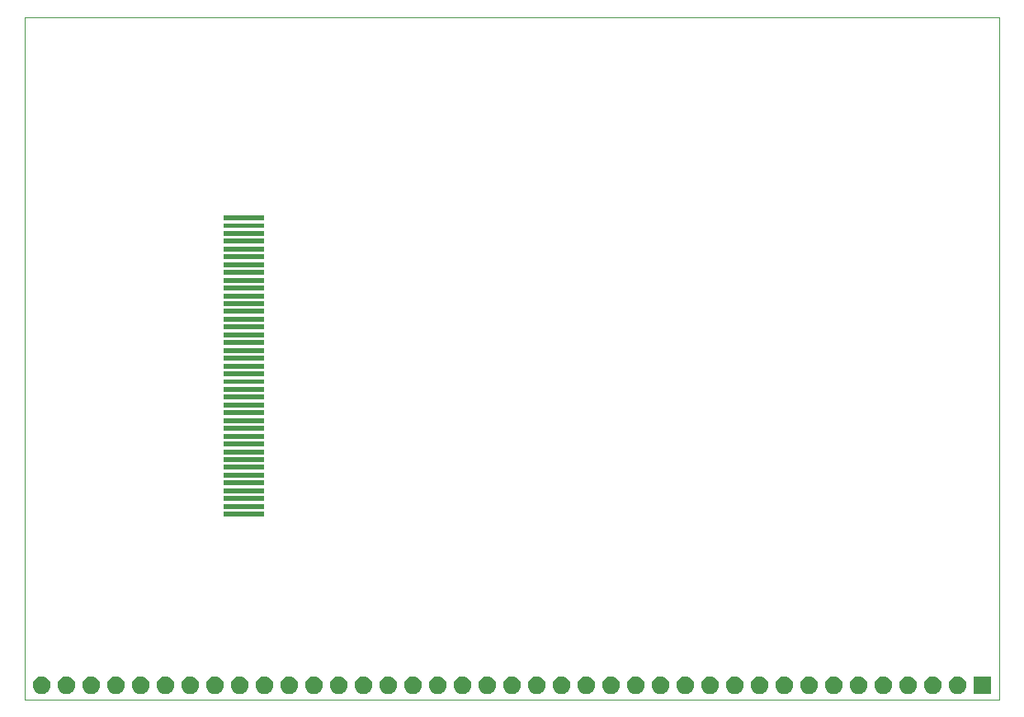
<source format=gbr>
G04 #@! TF.GenerationSoftware,KiCad,Pcbnew,(5.1.5)-3*
G04 #@! TF.CreationDate,2020-05-28T15:24:43-05:00*
G04 #@! TF.ProjectId,TFT Breakout 39P,54465420-4272-4656-916b-6f7574203339,rev?*
G04 #@! TF.SameCoordinates,Original*
G04 #@! TF.FileFunction,Soldermask,Top*
G04 #@! TF.FilePolarity,Negative*
%FSLAX46Y46*%
G04 Gerber Fmt 4.6, Leading zero omitted, Abs format (unit mm)*
G04 Created by KiCad (PCBNEW (5.1.5)-3) date 2020-05-28 15:24:43*
%MOMM*%
%LPD*%
G04 APERTURE LIST*
G04 #@! TA.AperFunction,Profile*
%ADD10C,0.050000*%
G04 #@! TD*
%ADD11C,0.100000*%
G04 APERTURE END LIST*
D10*
X200000000Y-60000000D02*
X100000000Y-60000000D01*
X200000000Y-130000000D02*
X200000000Y-60000000D01*
X100000000Y-130000000D02*
X100000000Y-60000000D01*
X100000000Y-130000000D02*
X200000000Y-130000000D01*
D11*
G36*
X172973512Y-127603927D02*
G01*
X173122812Y-127633624D01*
X173286784Y-127701544D01*
X173434354Y-127800147D01*
X173559853Y-127925646D01*
X173658456Y-128073216D01*
X173726376Y-128237188D01*
X173761000Y-128411259D01*
X173761000Y-128588741D01*
X173726376Y-128762812D01*
X173658456Y-128926784D01*
X173559853Y-129074354D01*
X173434354Y-129199853D01*
X173286784Y-129298456D01*
X173122812Y-129366376D01*
X172973512Y-129396073D01*
X172948742Y-129401000D01*
X172771258Y-129401000D01*
X172746488Y-129396073D01*
X172597188Y-129366376D01*
X172433216Y-129298456D01*
X172285646Y-129199853D01*
X172160147Y-129074354D01*
X172061544Y-128926784D01*
X171993624Y-128762812D01*
X171959000Y-128588741D01*
X171959000Y-128411259D01*
X171993624Y-128237188D01*
X172061544Y-128073216D01*
X172160147Y-127925646D01*
X172285646Y-127800147D01*
X172433216Y-127701544D01*
X172597188Y-127633624D01*
X172746488Y-127603927D01*
X172771258Y-127599000D01*
X172948742Y-127599000D01*
X172973512Y-127603927D01*
G37*
G36*
X199161000Y-129401000D02*
G01*
X197359000Y-129401000D01*
X197359000Y-127599000D01*
X199161000Y-127599000D01*
X199161000Y-129401000D01*
G37*
G36*
X195833512Y-127603927D02*
G01*
X195982812Y-127633624D01*
X196146784Y-127701544D01*
X196294354Y-127800147D01*
X196419853Y-127925646D01*
X196518456Y-128073216D01*
X196586376Y-128237188D01*
X196621000Y-128411259D01*
X196621000Y-128588741D01*
X196586376Y-128762812D01*
X196518456Y-128926784D01*
X196419853Y-129074354D01*
X196294354Y-129199853D01*
X196146784Y-129298456D01*
X195982812Y-129366376D01*
X195833512Y-129396073D01*
X195808742Y-129401000D01*
X195631258Y-129401000D01*
X195606488Y-129396073D01*
X195457188Y-129366376D01*
X195293216Y-129298456D01*
X195145646Y-129199853D01*
X195020147Y-129074354D01*
X194921544Y-128926784D01*
X194853624Y-128762812D01*
X194819000Y-128588741D01*
X194819000Y-128411259D01*
X194853624Y-128237188D01*
X194921544Y-128073216D01*
X195020147Y-127925646D01*
X195145646Y-127800147D01*
X195293216Y-127701544D01*
X195457188Y-127633624D01*
X195606488Y-127603927D01*
X195631258Y-127599000D01*
X195808742Y-127599000D01*
X195833512Y-127603927D01*
G37*
G36*
X193293512Y-127603927D02*
G01*
X193442812Y-127633624D01*
X193606784Y-127701544D01*
X193754354Y-127800147D01*
X193879853Y-127925646D01*
X193978456Y-128073216D01*
X194046376Y-128237188D01*
X194081000Y-128411259D01*
X194081000Y-128588741D01*
X194046376Y-128762812D01*
X193978456Y-128926784D01*
X193879853Y-129074354D01*
X193754354Y-129199853D01*
X193606784Y-129298456D01*
X193442812Y-129366376D01*
X193293512Y-129396073D01*
X193268742Y-129401000D01*
X193091258Y-129401000D01*
X193066488Y-129396073D01*
X192917188Y-129366376D01*
X192753216Y-129298456D01*
X192605646Y-129199853D01*
X192480147Y-129074354D01*
X192381544Y-128926784D01*
X192313624Y-128762812D01*
X192279000Y-128588741D01*
X192279000Y-128411259D01*
X192313624Y-128237188D01*
X192381544Y-128073216D01*
X192480147Y-127925646D01*
X192605646Y-127800147D01*
X192753216Y-127701544D01*
X192917188Y-127633624D01*
X193066488Y-127603927D01*
X193091258Y-127599000D01*
X193268742Y-127599000D01*
X193293512Y-127603927D01*
G37*
G36*
X190753512Y-127603927D02*
G01*
X190902812Y-127633624D01*
X191066784Y-127701544D01*
X191214354Y-127800147D01*
X191339853Y-127925646D01*
X191438456Y-128073216D01*
X191506376Y-128237188D01*
X191541000Y-128411259D01*
X191541000Y-128588741D01*
X191506376Y-128762812D01*
X191438456Y-128926784D01*
X191339853Y-129074354D01*
X191214354Y-129199853D01*
X191066784Y-129298456D01*
X190902812Y-129366376D01*
X190753512Y-129396073D01*
X190728742Y-129401000D01*
X190551258Y-129401000D01*
X190526488Y-129396073D01*
X190377188Y-129366376D01*
X190213216Y-129298456D01*
X190065646Y-129199853D01*
X189940147Y-129074354D01*
X189841544Y-128926784D01*
X189773624Y-128762812D01*
X189739000Y-128588741D01*
X189739000Y-128411259D01*
X189773624Y-128237188D01*
X189841544Y-128073216D01*
X189940147Y-127925646D01*
X190065646Y-127800147D01*
X190213216Y-127701544D01*
X190377188Y-127633624D01*
X190526488Y-127603927D01*
X190551258Y-127599000D01*
X190728742Y-127599000D01*
X190753512Y-127603927D01*
G37*
G36*
X188213512Y-127603927D02*
G01*
X188362812Y-127633624D01*
X188526784Y-127701544D01*
X188674354Y-127800147D01*
X188799853Y-127925646D01*
X188898456Y-128073216D01*
X188966376Y-128237188D01*
X189001000Y-128411259D01*
X189001000Y-128588741D01*
X188966376Y-128762812D01*
X188898456Y-128926784D01*
X188799853Y-129074354D01*
X188674354Y-129199853D01*
X188526784Y-129298456D01*
X188362812Y-129366376D01*
X188213512Y-129396073D01*
X188188742Y-129401000D01*
X188011258Y-129401000D01*
X187986488Y-129396073D01*
X187837188Y-129366376D01*
X187673216Y-129298456D01*
X187525646Y-129199853D01*
X187400147Y-129074354D01*
X187301544Y-128926784D01*
X187233624Y-128762812D01*
X187199000Y-128588741D01*
X187199000Y-128411259D01*
X187233624Y-128237188D01*
X187301544Y-128073216D01*
X187400147Y-127925646D01*
X187525646Y-127800147D01*
X187673216Y-127701544D01*
X187837188Y-127633624D01*
X187986488Y-127603927D01*
X188011258Y-127599000D01*
X188188742Y-127599000D01*
X188213512Y-127603927D01*
G37*
G36*
X185673512Y-127603927D02*
G01*
X185822812Y-127633624D01*
X185986784Y-127701544D01*
X186134354Y-127800147D01*
X186259853Y-127925646D01*
X186358456Y-128073216D01*
X186426376Y-128237188D01*
X186461000Y-128411259D01*
X186461000Y-128588741D01*
X186426376Y-128762812D01*
X186358456Y-128926784D01*
X186259853Y-129074354D01*
X186134354Y-129199853D01*
X185986784Y-129298456D01*
X185822812Y-129366376D01*
X185673512Y-129396073D01*
X185648742Y-129401000D01*
X185471258Y-129401000D01*
X185446488Y-129396073D01*
X185297188Y-129366376D01*
X185133216Y-129298456D01*
X184985646Y-129199853D01*
X184860147Y-129074354D01*
X184761544Y-128926784D01*
X184693624Y-128762812D01*
X184659000Y-128588741D01*
X184659000Y-128411259D01*
X184693624Y-128237188D01*
X184761544Y-128073216D01*
X184860147Y-127925646D01*
X184985646Y-127800147D01*
X185133216Y-127701544D01*
X185297188Y-127633624D01*
X185446488Y-127603927D01*
X185471258Y-127599000D01*
X185648742Y-127599000D01*
X185673512Y-127603927D01*
G37*
G36*
X183133512Y-127603927D02*
G01*
X183282812Y-127633624D01*
X183446784Y-127701544D01*
X183594354Y-127800147D01*
X183719853Y-127925646D01*
X183818456Y-128073216D01*
X183886376Y-128237188D01*
X183921000Y-128411259D01*
X183921000Y-128588741D01*
X183886376Y-128762812D01*
X183818456Y-128926784D01*
X183719853Y-129074354D01*
X183594354Y-129199853D01*
X183446784Y-129298456D01*
X183282812Y-129366376D01*
X183133512Y-129396073D01*
X183108742Y-129401000D01*
X182931258Y-129401000D01*
X182906488Y-129396073D01*
X182757188Y-129366376D01*
X182593216Y-129298456D01*
X182445646Y-129199853D01*
X182320147Y-129074354D01*
X182221544Y-128926784D01*
X182153624Y-128762812D01*
X182119000Y-128588741D01*
X182119000Y-128411259D01*
X182153624Y-128237188D01*
X182221544Y-128073216D01*
X182320147Y-127925646D01*
X182445646Y-127800147D01*
X182593216Y-127701544D01*
X182757188Y-127633624D01*
X182906488Y-127603927D01*
X182931258Y-127599000D01*
X183108742Y-127599000D01*
X183133512Y-127603927D01*
G37*
G36*
X180593512Y-127603927D02*
G01*
X180742812Y-127633624D01*
X180906784Y-127701544D01*
X181054354Y-127800147D01*
X181179853Y-127925646D01*
X181278456Y-128073216D01*
X181346376Y-128237188D01*
X181381000Y-128411259D01*
X181381000Y-128588741D01*
X181346376Y-128762812D01*
X181278456Y-128926784D01*
X181179853Y-129074354D01*
X181054354Y-129199853D01*
X180906784Y-129298456D01*
X180742812Y-129366376D01*
X180593512Y-129396073D01*
X180568742Y-129401000D01*
X180391258Y-129401000D01*
X180366488Y-129396073D01*
X180217188Y-129366376D01*
X180053216Y-129298456D01*
X179905646Y-129199853D01*
X179780147Y-129074354D01*
X179681544Y-128926784D01*
X179613624Y-128762812D01*
X179579000Y-128588741D01*
X179579000Y-128411259D01*
X179613624Y-128237188D01*
X179681544Y-128073216D01*
X179780147Y-127925646D01*
X179905646Y-127800147D01*
X180053216Y-127701544D01*
X180217188Y-127633624D01*
X180366488Y-127603927D01*
X180391258Y-127599000D01*
X180568742Y-127599000D01*
X180593512Y-127603927D01*
G37*
G36*
X178053512Y-127603927D02*
G01*
X178202812Y-127633624D01*
X178366784Y-127701544D01*
X178514354Y-127800147D01*
X178639853Y-127925646D01*
X178738456Y-128073216D01*
X178806376Y-128237188D01*
X178841000Y-128411259D01*
X178841000Y-128588741D01*
X178806376Y-128762812D01*
X178738456Y-128926784D01*
X178639853Y-129074354D01*
X178514354Y-129199853D01*
X178366784Y-129298456D01*
X178202812Y-129366376D01*
X178053512Y-129396073D01*
X178028742Y-129401000D01*
X177851258Y-129401000D01*
X177826488Y-129396073D01*
X177677188Y-129366376D01*
X177513216Y-129298456D01*
X177365646Y-129199853D01*
X177240147Y-129074354D01*
X177141544Y-128926784D01*
X177073624Y-128762812D01*
X177039000Y-128588741D01*
X177039000Y-128411259D01*
X177073624Y-128237188D01*
X177141544Y-128073216D01*
X177240147Y-127925646D01*
X177365646Y-127800147D01*
X177513216Y-127701544D01*
X177677188Y-127633624D01*
X177826488Y-127603927D01*
X177851258Y-127599000D01*
X178028742Y-127599000D01*
X178053512Y-127603927D01*
G37*
G36*
X175513512Y-127603927D02*
G01*
X175662812Y-127633624D01*
X175826784Y-127701544D01*
X175974354Y-127800147D01*
X176099853Y-127925646D01*
X176198456Y-128073216D01*
X176266376Y-128237188D01*
X176301000Y-128411259D01*
X176301000Y-128588741D01*
X176266376Y-128762812D01*
X176198456Y-128926784D01*
X176099853Y-129074354D01*
X175974354Y-129199853D01*
X175826784Y-129298456D01*
X175662812Y-129366376D01*
X175513512Y-129396073D01*
X175488742Y-129401000D01*
X175311258Y-129401000D01*
X175286488Y-129396073D01*
X175137188Y-129366376D01*
X174973216Y-129298456D01*
X174825646Y-129199853D01*
X174700147Y-129074354D01*
X174601544Y-128926784D01*
X174533624Y-128762812D01*
X174499000Y-128588741D01*
X174499000Y-128411259D01*
X174533624Y-128237188D01*
X174601544Y-128073216D01*
X174700147Y-127925646D01*
X174825646Y-127800147D01*
X174973216Y-127701544D01*
X175137188Y-127633624D01*
X175286488Y-127603927D01*
X175311258Y-127599000D01*
X175488742Y-127599000D01*
X175513512Y-127603927D01*
G37*
G36*
X170433512Y-127603927D02*
G01*
X170582812Y-127633624D01*
X170746784Y-127701544D01*
X170894354Y-127800147D01*
X171019853Y-127925646D01*
X171118456Y-128073216D01*
X171186376Y-128237188D01*
X171221000Y-128411259D01*
X171221000Y-128588741D01*
X171186376Y-128762812D01*
X171118456Y-128926784D01*
X171019853Y-129074354D01*
X170894354Y-129199853D01*
X170746784Y-129298456D01*
X170582812Y-129366376D01*
X170433512Y-129396073D01*
X170408742Y-129401000D01*
X170231258Y-129401000D01*
X170206488Y-129396073D01*
X170057188Y-129366376D01*
X169893216Y-129298456D01*
X169745646Y-129199853D01*
X169620147Y-129074354D01*
X169521544Y-128926784D01*
X169453624Y-128762812D01*
X169419000Y-128588741D01*
X169419000Y-128411259D01*
X169453624Y-128237188D01*
X169521544Y-128073216D01*
X169620147Y-127925646D01*
X169745646Y-127800147D01*
X169893216Y-127701544D01*
X170057188Y-127633624D01*
X170206488Y-127603927D01*
X170231258Y-127599000D01*
X170408742Y-127599000D01*
X170433512Y-127603927D01*
G37*
G36*
X167893512Y-127603927D02*
G01*
X168042812Y-127633624D01*
X168206784Y-127701544D01*
X168354354Y-127800147D01*
X168479853Y-127925646D01*
X168578456Y-128073216D01*
X168646376Y-128237188D01*
X168681000Y-128411259D01*
X168681000Y-128588741D01*
X168646376Y-128762812D01*
X168578456Y-128926784D01*
X168479853Y-129074354D01*
X168354354Y-129199853D01*
X168206784Y-129298456D01*
X168042812Y-129366376D01*
X167893512Y-129396073D01*
X167868742Y-129401000D01*
X167691258Y-129401000D01*
X167666488Y-129396073D01*
X167517188Y-129366376D01*
X167353216Y-129298456D01*
X167205646Y-129199853D01*
X167080147Y-129074354D01*
X166981544Y-128926784D01*
X166913624Y-128762812D01*
X166879000Y-128588741D01*
X166879000Y-128411259D01*
X166913624Y-128237188D01*
X166981544Y-128073216D01*
X167080147Y-127925646D01*
X167205646Y-127800147D01*
X167353216Y-127701544D01*
X167517188Y-127633624D01*
X167666488Y-127603927D01*
X167691258Y-127599000D01*
X167868742Y-127599000D01*
X167893512Y-127603927D01*
G37*
G36*
X165353512Y-127603927D02*
G01*
X165502812Y-127633624D01*
X165666784Y-127701544D01*
X165814354Y-127800147D01*
X165939853Y-127925646D01*
X166038456Y-128073216D01*
X166106376Y-128237188D01*
X166141000Y-128411259D01*
X166141000Y-128588741D01*
X166106376Y-128762812D01*
X166038456Y-128926784D01*
X165939853Y-129074354D01*
X165814354Y-129199853D01*
X165666784Y-129298456D01*
X165502812Y-129366376D01*
X165353512Y-129396073D01*
X165328742Y-129401000D01*
X165151258Y-129401000D01*
X165126488Y-129396073D01*
X164977188Y-129366376D01*
X164813216Y-129298456D01*
X164665646Y-129199853D01*
X164540147Y-129074354D01*
X164441544Y-128926784D01*
X164373624Y-128762812D01*
X164339000Y-128588741D01*
X164339000Y-128411259D01*
X164373624Y-128237188D01*
X164441544Y-128073216D01*
X164540147Y-127925646D01*
X164665646Y-127800147D01*
X164813216Y-127701544D01*
X164977188Y-127633624D01*
X165126488Y-127603927D01*
X165151258Y-127599000D01*
X165328742Y-127599000D01*
X165353512Y-127603927D01*
G37*
G36*
X162813512Y-127603927D02*
G01*
X162962812Y-127633624D01*
X163126784Y-127701544D01*
X163274354Y-127800147D01*
X163399853Y-127925646D01*
X163498456Y-128073216D01*
X163566376Y-128237188D01*
X163601000Y-128411259D01*
X163601000Y-128588741D01*
X163566376Y-128762812D01*
X163498456Y-128926784D01*
X163399853Y-129074354D01*
X163274354Y-129199853D01*
X163126784Y-129298456D01*
X162962812Y-129366376D01*
X162813512Y-129396073D01*
X162788742Y-129401000D01*
X162611258Y-129401000D01*
X162586488Y-129396073D01*
X162437188Y-129366376D01*
X162273216Y-129298456D01*
X162125646Y-129199853D01*
X162000147Y-129074354D01*
X161901544Y-128926784D01*
X161833624Y-128762812D01*
X161799000Y-128588741D01*
X161799000Y-128411259D01*
X161833624Y-128237188D01*
X161901544Y-128073216D01*
X162000147Y-127925646D01*
X162125646Y-127800147D01*
X162273216Y-127701544D01*
X162437188Y-127633624D01*
X162586488Y-127603927D01*
X162611258Y-127599000D01*
X162788742Y-127599000D01*
X162813512Y-127603927D01*
G37*
G36*
X160273512Y-127603927D02*
G01*
X160422812Y-127633624D01*
X160586784Y-127701544D01*
X160734354Y-127800147D01*
X160859853Y-127925646D01*
X160958456Y-128073216D01*
X161026376Y-128237188D01*
X161061000Y-128411259D01*
X161061000Y-128588741D01*
X161026376Y-128762812D01*
X160958456Y-128926784D01*
X160859853Y-129074354D01*
X160734354Y-129199853D01*
X160586784Y-129298456D01*
X160422812Y-129366376D01*
X160273512Y-129396073D01*
X160248742Y-129401000D01*
X160071258Y-129401000D01*
X160046488Y-129396073D01*
X159897188Y-129366376D01*
X159733216Y-129298456D01*
X159585646Y-129199853D01*
X159460147Y-129074354D01*
X159361544Y-128926784D01*
X159293624Y-128762812D01*
X159259000Y-128588741D01*
X159259000Y-128411259D01*
X159293624Y-128237188D01*
X159361544Y-128073216D01*
X159460147Y-127925646D01*
X159585646Y-127800147D01*
X159733216Y-127701544D01*
X159897188Y-127633624D01*
X160046488Y-127603927D01*
X160071258Y-127599000D01*
X160248742Y-127599000D01*
X160273512Y-127603927D01*
G37*
G36*
X157733512Y-127603927D02*
G01*
X157882812Y-127633624D01*
X158046784Y-127701544D01*
X158194354Y-127800147D01*
X158319853Y-127925646D01*
X158418456Y-128073216D01*
X158486376Y-128237188D01*
X158521000Y-128411259D01*
X158521000Y-128588741D01*
X158486376Y-128762812D01*
X158418456Y-128926784D01*
X158319853Y-129074354D01*
X158194354Y-129199853D01*
X158046784Y-129298456D01*
X157882812Y-129366376D01*
X157733512Y-129396073D01*
X157708742Y-129401000D01*
X157531258Y-129401000D01*
X157506488Y-129396073D01*
X157357188Y-129366376D01*
X157193216Y-129298456D01*
X157045646Y-129199853D01*
X156920147Y-129074354D01*
X156821544Y-128926784D01*
X156753624Y-128762812D01*
X156719000Y-128588741D01*
X156719000Y-128411259D01*
X156753624Y-128237188D01*
X156821544Y-128073216D01*
X156920147Y-127925646D01*
X157045646Y-127800147D01*
X157193216Y-127701544D01*
X157357188Y-127633624D01*
X157506488Y-127603927D01*
X157531258Y-127599000D01*
X157708742Y-127599000D01*
X157733512Y-127603927D01*
G37*
G36*
X155193512Y-127603927D02*
G01*
X155342812Y-127633624D01*
X155506784Y-127701544D01*
X155654354Y-127800147D01*
X155779853Y-127925646D01*
X155878456Y-128073216D01*
X155946376Y-128237188D01*
X155981000Y-128411259D01*
X155981000Y-128588741D01*
X155946376Y-128762812D01*
X155878456Y-128926784D01*
X155779853Y-129074354D01*
X155654354Y-129199853D01*
X155506784Y-129298456D01*
X155342812Y-129366376D01*
X155193512Y-129396073D01*
X155168742Y-129401000D01*
X154991258Y-129401000D01*
X154966488Y-129396073D01*
X154817188Y-129366376D01*
X154653216Y-129298456D01*
X154505646Y-129199853D01*
X154380147Y-129074354D01*
X154281544Y-128926784D01*
X154213624Y-128762812D01*
X154179000Y-128588741D01*
X154179000Y-128411259D01*
X154213624Y-128237188D01*
X154281544Y-128073216D01*
X154380147Y-127925646D01*
X154505646Y-127800147D01*
X154653216Y-127701544D01*
X154817188Y-127633624D01*
X154966488Y-127603927D01*
X154991258Y-127599000D01*
X155168742Y-127599000D01*
X155193512Y-127603927D01*
G37*
G36*
X152653512Y-127603927D02*
G01*
X152802812Y-127633624D01*
X152966784Y-127701544D01*
X153114354Y-127800147D01*
X153239853Y-127925646D01*
X153338456Y-128073216D01*
X153406376Y-128237188D01*
X153441000Y-128411259D01*
X153441000Y-128588741D01*
X153406376Y-128762812D01*
X153338456Y-128926784D01*
X153239853Y-129074354D01*
X153114354Y-129199853D01*
X152966784Y-129298456D01*
X152802812Y-129366376D01*
X152653512Y-129396073D01*
X152628742Y-129401000D01*
X152451258Y-129401000D01*
X152426488Y-129396073D01*
X152277188Y-129366376D01*
X152113216Y-129298456D01*
X151965646Y-129199853D01*
X151840147Y-129074354D01*
X151741544Y-128926784D01*
X151673624Y-128762812D01*
X151639000Y-128588741D01*
X151639000Y-128411259D01*
X151673624Y-128237188D01*
X151741544Y-128073216D01*
X151840147Y-127925646D01*
X151965646Y-127800147D01*
X152113216Y-127701544D01*
X152277188Y-127633624D01*
X152426488Y-127603927D01*
X152451258Y-127599000D01*
X152628742Y-127599000D01*
X152653512Y-127603927D01*
G37*
G36*
X124713512Y-127603927D02*
G01*
X124862812Y-127633624D01*
X125026784Y-127701544D01*
X125174354Y-127800147D01*
X125299853Y-127925646D01*
X125398456Y-128073216D01*
X125466376Y-128237188D01*
X125501000Y-128411259D01*
X125501000Y-128588741D01*
X125466376Y-128762812D01*
X125398456Y-128926784D01*
X125299853Y-129074354D01*
X125174354Y-129199853D01*
X125026784Y-129298456D01*
X124862812Y-129366376D01*
X124713512Y-129396073D01*
X124688742Y-129401000D01*
X124511258Y-129401000D01*
X124486488Y-129396073D01*
X124337188Y-129366376D01*
X124173216Y-129298456D01*
X124025646Y-129199853D01*
X123900147Y-129074354D01*
X123801544Y-128926784D01*
X123733624Y-128762812D01*
X123699000Y-128588741D01*
X123699000Y-128411259D01*
X123733624Y-128237188D01*
X123801544Y-128073216D01*
X123900147Y-127925646D01*
X124025646Y-127800147D01*
X124173216Y-127701544D01*
X124337188Y-127633624D01*
X124486488Y-127603927D01*
X124511258Y-127599000D01*
X124688742Y-127599000D01*
X124713512Y-127603927D01*
G37*
G36*
X150113512Y-127603927D02*
G01*
X150262812Y-127633624D01*
X150426784Y-127701544D01*
X150574354Y-127800147D01*
X150699853Y-127925646D01*
X150798456Y-128073216D01*
X150866376Y-128237188D01*
X150901000Y-128411259D01*
X150901000Y-128588741D01*
X150866376Y-128762812D01*
X150798456Y-128926784D01*
X150699853Y-129074354D01*
X150574354Y-129199853D01*
X150426784Y-129298456D01*
X150262812Y-129366376D01*
X150113512Y-129396073D01*
X150088742Y-129401000D01*
X149911258Y-129401000D01*
X149886488Y-129396073D01*
X149737188Y-129366376D01*
X149573216Y-129298456D01*
X149425646Y-129199853D01*
X149300147Y-129074354D01*
X149201544Y-128926784D01*
X149133624Y-128762812D01*
X149099000Y-128588741D01*
X149099000Y-128411259D01*
X149133624Y-128237188D01*
X149201544Y-128073216D01*
X149300147Y-127925646D01*
X149425646Y-127800147D01*
X149573216Y-127701544D01*
X149737188Y-127633624D01*
X149886488Y-127603927D01*
X149911258Y-127599000D01*
X150088742Y-127599000D01*
X150113512Y-127603927D01*
G37*
G36*
X147573512Y-127603927D02*
G01*
X147722812Y-127633624D01*
X147886784Y-127701544D01*
X148034354Y-127800147D01*
X148159853Y-127925646D01*
X148258456Y-128073216D01*
X148326376Y-128237188D01*
X148361000Y-128411259D01*
X148361000Y-128588741D01*
X148326376Y-128762812D01*
X148258456Y-128926784D01*
X148159853Y-129074354D01*
X148034354Y-129199853D01*
X147886784Y-129298456D01*
X147722812Y-129366376D01*
X147573512Y-129396073D01*
X147548742Y-129401000D01*
X147371258Y-129401000D01*
X147346488Y-129396073D01*
X147197188Y-129366376D01*
X147033216Y-129298456D01*
X146885646Y-129199853D01*
X146760147Y-129074354D01*
X146661544Y-128926784D01*
X146593624Y-128762812D01*
X146559000Y-128588741D01*
X146559000Y-128411259D01*
X146593624Y-128237188D01*
X146661544Y-128073216D01*
X146760147Y-127925646D01*
X146885646Y-127800147D01*
X147033216Y-127701544D01*
X147197188Y-127633624D01*
X147346488Y-127603927D01*
X147371258Y-127599000D01*
X147548742Y-127599000D01*
X147573512Y-127603927D01*
G37*
G36*
X145033512Y-127603927D02*
G01*
X145182812Y-127633624D01*
X145346784Y-127701544D01*
X145494354Y-127800147D01*
X145619853Y-127925646D01*
X145718456Y-128073216D01*
X145786376Y-128237188D01*
X145821000Y-128411259D01*
X145821000Y-128588741D01*
X145786376Y-128762812D01*
X145718456Y-128926784D01*
X145619853Y-129074354D01*
X145494354Y-129199853D01*
X145346784Y-129298456D01*
X145182812Y-129366376D01*
X145033512Y-129396073D01*
X145008742Y-129401000D01*
X144831258Y-129401000D01*
X144806488Y-129396073D01*
X144657188Y-129366376D01*
X144493216Y-129298456D01*
X144345646Y-129199853D01*
X144220147Y-129074354D01*
X144121544Y-128926784D01*
X144053624Y-128762812D01*
X144019000Y-128588741D01*
X144019000Y-128411259D01*
X144053624Y-128237188D01*
X144121544Y-128073216D01*
X144220147Y-127925646D01*
X144345646Y-127800147D01*
X144493216Y-127701544D01*
X144657188Y-127633624D01*
X144806488Y-127603927D01*
X144831258Y-127599000D01*
X145008742Y-127599000D01*
X145033512Y-127603927D01*
G37*
G36*
X142493512Y-127603927D02*
G01*
X142642812Y-127633624D01*
X142806784Y-127701544D01*
X142954354Y-127800147D01*
X143079853Y-127925646D01*
X143178456Y-128073216D01*
X143246376Y-128237188D01*
X143281000Y-128411259D01*
X143281000Y-128588741D01*
X143246376Y-128762812D01*
X143178456Y-128926784D01*
X143079853Y-129074354D01*
X142954354Y-129199853D01*
X142806784Y-129298456D01*
X142642812Y-129366376D01*
X142493512Y-129396073D01*
X142468742Y-129401000D01*
X142291258Y-129401000D01*
X142266488Y-129396073D01*
X142117188Y-129366376D01*
X141953216Y-129298456D01*
X141805646Y-129199853D01*
X141680147Y-129074354D01*
X141581544Y-128926784D01*
X141513624Y-128762812D01*
X141479000Y-128588741D01*
X141479000Y-128411259D01*
X141513624Y-128237188D01*
X141581544Y-128073216D01*
X141680147Y-127925646D01*
X141805646Y-127800147D01*
X141953216Y-127701544D01*
X142117188Y-127633624D01*
X142266488Y-127603927D01*
X142291258Y-127599000D01*
X142468742Y-127599000D01*
X142493512Y-127603927D01*
G37*
G36*
X139953512Y-127603927D02*
G01*
X140102812Y-127633624D01*
X140266784Y-127701544D01*
X140414354Y-127800147D01*
X140539853Y-127925646D01*
X140638456Y-128073216D01*
X140706376Y-128237188D01*
X140741000Y-128411259D01*
X140741000Y-128588741D01*
X140706376Y-128762812D01*
X140638456Y-128926784D01*
X140539853Y-129074354D01*
X140414354Y-129199853D01*
X140266784Y-129298456D01*
X140102812Y-129366376D01*
X139953512Y-129396073D01*
X139928742Y-129401000D01*
X139751258Y-129401000D01*
X139726488Y-129396073D01*
X139577188Y-129366376D01*
X139413216Y-129298456D01*
X139265646Y-129199853D01*
X139140147Y-129074354D01*
X139041544Y-128926784D01*
X138973624Y-128762812D01*
X138939000Y-128588741D01*
X138939000Y-128411259D01*
X138973624Y-128237188D01*
X139041544Y-128073216D01*
X139140147Y-127925646D01*
X139265646Y-127800147D01*
X139413216Y-127701544D01*
X139577188Y-127633624D01*
X139726488Y-127603927D01*
X139751258Y-127599000D01*
X139928742Y-127599000D01*
X139953512Y-127603927D01*
G37*
G36*
X137413512Y-127603927D02*
G01*
X137562812Y-127633624D01*
X137726784Y-127701544D01*
X137874354Y-127800147D01*
X137999853Y-127925646D01*
X138098456Y-128073216D01*
X138166376Y-128237188D01*
X138201000Y-128411259D01*
X138201000Y-128588741D01*
X138166376Y-128762812D01*
X138098456Y-128926784D01*
X137999853Y-129074354D01*
X137874354Y-129199853D01*
X137726784Y-129298456D01*
X137562812Y-129366376D01*
X137413512Y-129396073D01*
X137388742Y-129401000D01*
X137211258Y-129401000D01*
X137186488Y-129396073D01*
X137037188Y-129366376D01*
X136873216Y-129298456D01*
X136725646Y-129199853D01*
X136600147Y-129074354D01*
X136501544Y-128926784D01*
X136433624Y-128762812D01*
X136399000Y-128588741D01*
X136399000Y-128411259D01*
X136433624Y-128237188D01*
X136501544Y-128073216D01*
X136600147Y-127925646D01*
X136725646Y-127800147D01*
X136873216Y-127701544D01*
X137037188Y-127633624D01*
X137186488Y-127603927D01*
X137211258Y-127599000D01*
X137388742Y-127599000D01*
X137413512Y-127603927D01*
G37*
G36*
X134873512Y-127603927D02*
G01*
X135022812Y-127633624D01*
X135186784Y-127701544D01*
X135334354Y-127800147D01*
X135459853Y-127925646D01*
X135558456Y-128073216D01*
X135626376Y-128237188D01*
X135661000Y-128411259D01*
X135661000Y-128588741D01*
X135626376Y-128762812D01*
X135558456Y-128926784D01*
X135459853Y-129074354D01*
X135334354Y-129199853D01*
X135186784Y-129298456D01*
X135022812Y-129366376D01*
X134873512Y-129396073D01*
X134848742Y-129401000D01*
X134671258Y-129401000D01*
X134646488Y-129396073D01*
X134497188Y-129366376D01*
X134333216Y-129298456D01*
X134185646Y-129199853D01*
X134060147Y-129074354D01*
X133961544Y-128926784D01*
X133893624Y-128762812D01*
X133859000Y-128588741D01*
X133859000Y-128411259D01*
X133893624Y-128237188D01*
X133961544Y-128073216D01*
X134060147Y-127925646D01*
X134185646Y-127800147D01*
X134333216Y-127701544D01*
X134497188Y-127633624D01*
X134646488Y-127603927D01*
X134671258Y-127599000D01*
X134848742Y-127599000D01*
X134873512Y-127603927D01*
G37*
G36*
X132333512Y-127603927D02*
G01*
X132482812Y-127633624D01*
X132646784Y-127701544D01*
X132794354Y-127800147D01*
X132919853Y-127925646D01*
X133018456Y-128073216D01*
X133086376Y-128237188D01*
X133121000Y-128411259D01*
X133121000Y-128588741D01*
X133086376Y-128762812D01*
X133018456Y-128926784D01*
X132919853Y-129074354D01*
X132794354Y-129199853D01*
X132646784Y-129298456D01*
X132482812Y-129366376D01*
X132333512Y-129396073D01*
X132308742Y-129401000D01*
X132131258Y-129401000D01*
X132106488Y-129396073D01*
X131957188Y-129366376D01*
X131793216Y-129298456D01*
X131645646Y-129199853D01*
X131520147Y-129074354D01*
X131421544Y-128926784D01*
X131353624Y-128762812D01*
X131319000Y-128588741D01*
X131319000Y-128411259D01*
X131353624Y-128237188D01*
X131421544Y-128073216D01*
X131520147Y-127925646D01*
X131645646Y-127800147D01*
X131793216Y-127701544D01*
X131957188Y-127633624D01*
X132106488Y-127603927D01*
X132131258Y-127599000D01*
X132308742Y-127599000D01*
X132333512Y-127603927D01*
G37*
G36*
X129793512Y-127603927D02*
G01*
X129942812Y-127633624D01*
X130106784Y-127701544D01*
X130254354Y-127800147D01*
X130379853Y-127925646D01*
X130478456Y-128073216D01*
X130546376Y-128237188D01*
X130581000Y-128411259D01*
X130581000Y-128588741D01*
X130546376Y-128762812D01*
X130478456Y-128926784D01*
X130379853Y-129074354D01*
X130254354Y-129199853D01*
X130106784Y-129298456D01*
X129942812Y-129366376D01*
X129793512Y-129396073D01*
X129768742Y-129401000D01*
X129591258Y-129401000D01*
X129566488Y-129396073D01*
X129417188Y-129366376D01*
X129253216Y-129298456D01*
X129105646Y-129199853D01*
X128980147Y-129074354D01*
X128881544Y-128926784D01*
X128813624Y-128762812D01*
X128779000Y-128588741D01*
X128779000Y-128411259D01*
X128813624Y-128237188D01*
X128881544Y-128073216D01*
X128980147Y-127925646D01*
X129105646Y-127800147D01*
X129253216Y-127701544D01*
X129417188Y-127633624D01*
X129566488Y-127603927D01*
X129591258Y-127599000D01*
X129768742Y-127599000D01*
X129793512Y-127603927D01*
G37*
G36*
X127253512Y-127603927D02*
G01*
X127402812Y-127633624D01*
X127566784Y-127701544D01*
X127714354Y-127800147D01*
X127839853Y-127925646D01*
X127938456Y-128073216D01*
X128006376Y-128237188D01*
X128041000Y-128411259D01*
X128041000Y-128588741D01*
X128006376Y-128762812D01*
X127938456Y-128926784D01*
X127839853Y-129074354D01*
X127714354Y-129199853D01*
X127566784Y-129298456D01*
X127402812Y-129366376D01*
X127253512Y-129396073D01*
X127228742Y-129401000D01*
X127051258Y-129401000D01*
X127026488Y-129396073D01*
X126877188Y-129366376D01*
X126713216Y-129298456D01*
X126565646Y-129199853D01*
X126440147Y-129074354D01*
X126341544Y-128926784D01*
X126273624Y-128762812D01*
X126239000Y-128588741D01*
X126239000Y-128411259D01*
X126273624Y-128237188D01*
X126341544Y-128073216D01*
X126440147Y-127925646D01*
X126565646Y-127800147D01*
X126713216Y-127701544D01*
X126877188Y-127633624D01*
X127026488Y-127603927D01*
X127051258Y-127599000D01*
X127228742Y-127599000D01*
X127253512Y-127603927D01*
G37*
G36*
X122173512Y-127603927D02*
G01*
X122322812Y-127633624D01*
X122486784Y-127701544D01*
X122634354Y-127800147D01*
X122759853Y-127925646D01*
X122858456Y-128073216D01*
X122926376Y-128237188D01*
X122961000Y-128411259D01*
X122961000Y-128588741D01*
X122926376Y-128762812D01*
X122858456Y-128926784D01*
X122759853Y-129074354D01*
X122634354Y-129199853D01*
X122486784Y-129298456D01*
X122322812Y-129366376D01*
X122173512Y-129396073D01*
X122148742Y-129401000D01*
X121971258Y-129401000D01*
X121946488Y-129396073D01*
X121797188Y-129366376D01*
X121633216Y-129298456D01*
X121485646Y-129199853D01*
X121360147Y-129074354D01*
X121261544Y-128926784D01*
X121193624Y-128762812D01*
X121159000Y-128588741D01*
X121159000Y-128411259D01*
X121193624Y-128237188D01*
X121261544Y-128073216D01*
X121360147Y-127925646D01*
X121485646Y-127800147D01*
X121633216Y-127701544D01*
X121797188Y-127633624D01*
X121946488Y-127603927D01*
X121971258Y-127599000D01*
X122148742Y-127599000D01*
X122173512Y-127603927D01*
G37*
G36*
X119633512Y-127603927D02*
G01*
X119782812Y-127633624D01*
X119946784Y-127701544D01*
X120094354Y-127800147D01*
X120219853Y-127925646D01*
X120318456Y-128073216D01*
X120386376Y-128237188D01*
X120421000Y-128411259D01*
X120421000Y-128588741D01*
X120386376Y-128762812D01*
X120318456Y-128926784D01*
X120219853Y-129074354D01*
X120094354Y-129199853D01*
X119946784Y-129298456D01*
X119782812Y-129366376D01*
X119633512Y-129396073D01*
X119608742Y-129401000D01*
X119431258Y-129401000D01*
X119406488Y-129396073D01*
X119257188Y-129366376D01*
X119093216Y-129298456D01*
X118945646Y-129199853D01*
X118820147Y-129074354D01*
X118721544Y-128926784D01*
X118653624Y-128762812D01*
X118619000Y-128588741D01*
X118619000Y-128411259D01*
X118653624Y-128237188D01*
X118721544Y-128073216D01*
X118820147Y-127925646D01*
X118945646Y-127800147D01*
X119093216Y-127701544D01*
X119257188Y-127633624D01*
X119406488Y-127603927D01*
X119431258Y-127599000D01*
X119608742Y-127599000D01*
X119633512Y-127603927D01*
G37*
G36*
X117093512Y-127603927D02*
G01*
X117242812Y-127633624D01*
X117406784Y-127701544D01*
X117554354Y-127800147D01*
X117679853Y-127925646D01*
X117778456Y-128073216D01*
X117846376Y-128237188D01*
X117881000Y-128411259D01*
X117881000Y-128588741D01*
X117846376Y-128762812D01*
X117778456Y-128926784D01*
X117679853Y-129074354D01*
X117554354Y-129199853D01*
X117406784Y-129298456D01*
X117242812Y-129366376D01*
X117093512Y-129396073D01*
X117068742Y-129401000D01*
X116891258Y-129401000D01*
X116866488Y-129396073D01*
X116717188Y-129366376D01*
X116553216Y-129298456D01*
X116405646Y-129199853D01*
X116280147Y-129074354D01*
X116181544Y-128926784D01*
X116113624Y-128762812D01*
X116079000Y-128588741D01*
X116079000Y-128411259D01*
X116113624Y-128237188D01*
X116181544Y-128073216D01*
X116280147Y-127925646D01*
X116405646Y-127800147D01*
X116553216Y-127701544D01*
X116717188Y-127633624D01*
X116866488Y-127603927D01*
X116891258Y-127599000D01*
X117068742Y-127599000D01*
X117093512Y-127603927D01*
G37*
G36*
X114553512Y-127603927D02*
G01*
X114702812Y-127633624D01*
X114866784Y-127701544D01*
X115014354Y-127800147D01*
X115139853Y-127925646D01*
X115238456Y-128073216D01*
X115306376Y-128237188D01*
X115341000Y-128411259D01*
X115341000Y-128588741D01*
X115306376Y-128762812D01*
X115238456Y-128926784D01*
X115139853Y-129074354D01*
X115014354Y-129199853D01*
X114866784Y-129298456D01*
X114702812Y-129366376D01*
X114553512Y-129396073D01*
X114528742Y-129401000D01*
X114351258Y-129401000D01*
X114326488Y-129396073D01*
X114177188Y-129366376D01*
X114013216Y-129298456D01*
X113865646Y-129199853D01*
X113740147Y-129074354D01*
X113641544Y-128926784D01*
X113573624Y-128762812D01*
X113539000Y-128588741D01*
X113539000Y-128411259D01*
X113573624Y-128237188D01*
X113641544Y-128073216D01*
X113740147Y-127925646D01*
X113865646Y-127800147D01*
X114013216Y-127701544D01*
X114177188Y-127633624D01*
X114326488Y-127603927D01*
X114351258Y-127599000D01*
X114528742Y-127599000D01*
X114553512Y-127603927D01*
G37*
G36*
X112013512Y-127603927D02*
G01*
X112162812Y-127633624D01*
X112326784Y-127701544D01*
X112474354Y-127800147D01*
X112599853Y-127925646D01*
X112698456Y-128073216D01*
X112766376Y-128237188D01*
X112801000Y-128411259D01*
X112801000Y-128588741D01*
X112766376Y-128762812D01*
X112698456Y-128926784D01*
X112599853Y-129074354D01*
X112474354Y-129199853D01*
X112326784Y-129298456D01*
X112162812Y-129366376D01*
X112013512Y-129396073D01*
X111988742Y-129401000D01*
X111811258Y-129401000D01*
X111786488Y-129396073D01*
X111637188Y-129366376D01*
X111473216Y-129298456D01*
X111325646Y-129199853D01*
X111200147Y-129074354D01*
X111101544Y-128926784D01*
X111033624Y-128762812D01*
X110999000Y-128588741D01*
X110999000Y-128411259D01*
X111033624Y-128237188D01*
X111101544Y-128073216D01*
X111200147Y-127925646D01*
X111325646Y-127800147D01*
X111473216Y-127701544D01*
X111637188Y-127633624D01*
X111786488Y-127603927D01*
X111811258Y-127599000D01*
X111988742Y-127599000D01*
X112013512Y-127603927D01*
G37*
G36*
X109473512Y-127603927D02*
G01*
X109622812Y-127633624D01*
X109786784Y-127701544D01*
X109934354Y-127800147D01*
X110059853Y-127925646D01*
X110158456Y-128073216D01*
X110226376Y-128237188D01*
X110261000Y-128411259D01*
X110261000Y-128588741D01*
X110226376Y-128762812D01*
X110158456Y-128926784D01*
X110059853Y-129074354D01*
X109934354Y-129199853D01*
X109786784Y-129298456D01*
X109622812Y-129366376D01*
X109473512Y-129396073D01*
X109448742Y-129401000D01*
X109271258Y-129401000D01*
X109246488Y-129396073D01*
X109097188Y-129366376D01*
X108933216Y-129298456D01*
X108785646Y-129199853D01*
X108660147Y-129074354D01*
X108561544Y-128926784D01*
X108493624Y-128762812D01*
X108459000Y-128588741D01*
X108459000Y-128411259D01*
X108493624Y-128237188D01*
X108561544Y-128073216D01*
X108660147Y-127925646D01*
X108785646Y-127800147D01*
X108933216Y-127701544D01*
X109097188Y-127633624D01*
X109246488Y-127603927D01*
X109271258Y-127599000D01*
X109448742Y-127599000D01*
X109473512Y-127603927D01*
G37*
G36*
X106933512Y-127603927D02*
G01*
X107082812Y-127633624D01*
X107246784Y-127701544D01*
X107394354Y-127800147D01*
X107519853Y-127925646D01*
X107618456Y-128073216D01*
X107686376Y-128237188D01*
X107721000Y-128411259D01*
X107721000Y-128588741D01*
X107686376Y-128762812D01*
X107618456Y-128926784D01*
X107519853Y-129074354D01*
X107394354Y-129199853D01*
X107246784Y-129298456D01*
X107082812Y-129366376D01*
X106933512Y-129396073D01*
X106908742Y-129401000D01*
X106731258Y-129401000D01*
X106706488Y-129396073D01*
X106557188Y-129366376D01*
X106393216Y-129298456D01*
X106245646Y-129199853D01*
X106120147Y-129074354D01*
X106021544Y-128926784D01*
X105953624Y-128762812D01*
X105919000Y-128588741D01*
X105919000Y-128411259D01*
X105953624Y-128237188D01*
X106021544Y-128073216D01*
X106120147Y-127925646D01*
X106245646Y-127800147D01*
X106393216Y-127701544D01*
X106557188Y-127633624D01*
X106706488Y-127603927D01*
X106731258Y-127599000D01*
X106908742Y-127599000D01*
X106933512Y-127603927D01*
G37*
G36*
X104393512Y-127603927D02*
G01*
X104542812Y-127633624D01*
X104706784Y-127701544D01*
X104854354Y-127800147D01*
X104979853Y-127925646D01*
X105078456Y-128073216D01*
X105146376Y-128237188D01*
X105181000Y-128411259D01*
X105181000Y-128588741D01*
X105146376Y-128762812D01*
X105078456Y-128926784D01*
X104979853Y-129074354D01*
X104854354Y-129199853D01*
X104706784Y-129298456D01*
X104542812Y-129366376D01*
X104393512Y-129396073D01*
X104368742Y-129401000D01*
X104191258Y-129401000D01*
X104166488Y-129396073D01*
X104017188Y-129366376D01*
X103853216Y-129298456D01*
X103705646Y-129199853D01*
X103580147Y-129074354D01*
X103481544Y-128926784D01*
X103413624Y-128762812D01*
X103379000Y-128588741D01*
X103379000Y-128411259D01*
X103413624Y-128237188D01*
X103481544Y-128073216D01*
X103580147Y-127925646D01*
X103705646Y-127800147D01*
X103853216Y-127701544D01*
X104017188Y-127633624D01*
X104166488Y-127603927D01*
X104191258Y-127599000D01*
X104368742Y-127599000D01*
X104393512Y-127603927D01*
G37*
G36*
X101853512Y-127603927D02*
G01*
X102002812Y-127633624D01*
X102166784Y-127701544D01*
X102314354Y-127800147D01*
X102439853Y-127925646D01*
X102538456Y-128073216D01*
X102606376Y-128237188D01*
X102641000Y-128411259D01*
X102641000Y-128588741D01*
X102606376Y-128762812D01*
X102538456Y-128926784D01*
X102439853Y-129074354D01*
X102314354Y-129199853D01*
X102166784Y-129298456D01*
X102002812Y-129366376D01*
X101853512Y-129396073D01*
X101828742Y-129401000D01*
X101651258Y-129401000D01*
X101626488Y-129396073D01*
X101477188Y-129366376D01*
X101313216Y-129298456D01*
X101165646Y-129199853D01*
X101040147Y-129074354D01*
X100941544Y-128926784D01*
X100873624Y-128762812D01*
X100839000Y-128588741D01*
X100839000Y-128411259D01*
X100873624Y-128237188D01*
X100941544Y-128073216D01*
X101040147Y-127925646D01*
X101165646Y-127800147D01*
X101313216Y-127701544D01*
X101477188Y-127633624D01*
X101626488Y-127603927D01*
X101651258Y-127599000D01*
X101828742Y-127599000D01*
X101853512Y-127603927D01*
G37*
G36*
X124541000Y-111211000D02*
G01*
X120439000Y-111211000D01*
X120439000Y-110709000D01*
X124541000Y-110709000D01*
X124541000Y-111211000D01*
G37*
G36*
X124541000Y-110411000D02*
G01*
X120439000Y-110411000D01*
X120439000Y-109909000D01*
X124541000Y-109909000D01*
X124541000Y-110411000D01*
G37*
G36*
X124541000Y-109611000D02*
G01*
X120439000Y-109611000D01*
X120439000Y-109109000D01*
X124541000Y-109109000D01*
X124541000Y-109611000D01*
G37*
G36*
X124541000Y-108811000D02*
G01*
X120439000Y-108811000D01*
X120439000Y-108309000D01*
X124541000Y-108309000D01*
X124541000Y-108811000D01*
G37*
G36*
X124541000Y-108011000D02*
G01*
X120439000Y-108011000D01*
X120439000Y-107509000D01*
X124541000Y-107509000D01*
X124541000Y-108011000D01*
G37*
G36*
X124541000Y-107211000D02*
G01*
X120439000Y-107211000D01*
X120439000Y-106709000D01*
X124541000Y-106709000D01*
X124541000Y-107211000D01*
G37*
G36*
X124541000Y-106411000D02*
G01*
X120439000Y-106411000D01*
X120439000Y-105909000D01*
X124541000Y-105909000D01*
X124541000Y-106411000D01*
G37*
G36*
X124541000Y-105611000D02*
G01*
X120439000Y-105611000D01*
X120439000Y-105109000D01*
X124541000Y-105109000D01*
X124541000Y-105611000D01*
G37*
G36*
X124541000Y-104811000D02*
G01*
X120439000Y-104811000D01*
X120439000Y-104309000D01*
X124541000Y-104309000D01*
X124541000Y-104811000D01*
G37*
G36*
X124541000Y-104011000D02*
G01*
X120439000Y-104011000D01*
X120439000Y-103509000D01*
X124541000Y-103509000D01*
X124541000Y-104011000D01*
G37*
G36*
X124541000Y-103211000D02*
G01*
X120439000Y-103211000D01*
X120439000Y-102709000D01*
X124541000Y-102709000D01*
X124541000Y-103211000D01*
G37*
G36*
X124541000Y-102411000D02*
G01*
X120439000Y-102411000D01*
X120439000Y-101909000D01*
X124541000Y-101909000D01*
X124541000Y-102411000D01*
G37*
G36*
X124541000Y-101611000D02*
G01*
X120439000Y-101611000D01*
X120439000Y-101109000D01*
X124541000Y-101109000D01*
X124541000Y-101611000D01*
G37*
G36*
X124541000Y-100811000D02*
G01*
X120439000Y-100811000D01*
X120439000Y-100309000D01*
X124541000Y-100309000D01*
X124541000Y-100811000D01*
G37*
G36*
X124541000Y-100011000D02*
G01*
X120439000Y-100011000D01*
X120439000Y-99509000D01*
X124541000Y-99509000D01*
X124541000Y-100011000D01*
G37*
G36*
X124541000Y-99211000D02*
G01*
X120439000Y-99211000D01*
X120439000Y-98709000D01*
X124541000Y-98709000D01*
X124541000Y-99211000D01*
G37*
G36*
X124541000Y-98411000D02*
G01*
X120439000Y-98411000D01*
X120439000Y-97909000D01*
X124541000Y-97909000D01*
X124541000Y-98411000D01*
G37*
G36*
X124541000Y-97611000D02*
G01*
X120439000Y-97611000D01*
X120439000Y-97109000D01*
X124541000Y-97109000D01*
X124541000Y-97611000D01*
G37*
G36*
X124541000Y-96811000D02*
G01*
X120439000Y-96811000D01*
X120439000Y-96309000D01*
X124541000Y-96309000D01*
X124541000Y-96811000D01*
G37*
G36*
X124541000Y-96011000D02*
G01*
X120439000Y-96011000D01*
X120439000Y-95509000D01*
X124541000Y-95509000D01*
X124541000Y-96011000D01*
G37*
G36*
X124541000Y-95211000D02*
G01*
X120439000Y-95211000D01*
X120439000Y-94709000D01*
X124541000Y-94709000D01*
X124541000Y-95211000D01*
G37*
G36*
X124541000Y-94411000D02*
G01*
X120439000Y-94411000D01*
X120439000Y-93909000D01*
X124541000Y-93909000D01*
X124541000Y-94411000D01*
G37*
G36*
X124541000Y-93611000D02*
G01*
X120439000Y-93611000D01*
X120439000Y-93109000D01*
X124541000Y-93109000D01*
X124541000Y-93611000D01*
G37*
G36*
X124541000Y-92811000D02*
G01*
X120439000Y-92811000D01*
X120439000Y-92309000D01*
X124541000Y-92309000D01*
X124541000Y-92811000D01*
G37*
G36*
X124541000Y-92011000D02*
G01*
X120439000Y-92011000D01*
X120439000Y-91509000D01*
X124541000Y-91509000D01*
X124541000Y-92011000D01*
G37*
G36*
X124541000Y-91211000D02*
G01*
X120439000Y-91211000D01*
X120439000Y-90709000D01*
X124541000Y-90709000D01*
X124541000Y-91211000D01*
G37*
G36*
X124541000Y-90411000D02*
G01*
X120439000Y-90411000D01*
X120439000Y-89909000D01*
X124541000Y-89909000D01*
X124541000Y-90411000D01*
G37*
G36*
X124541000Y-89611000D02*
G01*
X120439000Y-89611000D01*
X120439000Y-89109000D01*
X124541000Y-89109000D01*
X124541000Y-89611000D01*
G37*
G36*
X124541000Y-88811000D02*
G01*
X120439000Y-88811000D01*
X120439000Y-88309000D01*
X124541000Y-88309000D01*
X124541000Y-88811000D01*
G37*
G36*
X124541000Y-88011000D02*
G01*
X120439000Y-88011000D01*
X120439000Y-87509000D01*
X124541000Y-87509000D01*
X124541000Y-88011000D01*
G37*
G36*
X124541000Y-87211000D02*
G01*
X120439000Y-87211000D01*
X120439000Y-86709000D01*
X124541000Y-86709000D01*
X124541000Y-87211000D01*
G37*
G36*
X124541000Y-86411000D02*
G01*
X120439000Y-86411000D01*
X120439000Y-85909000D01*
X124541000Y-85909000D01*
X124541000Y-86411000D01*
G37*
G36*
X124541000Y-85611000D02*
G01*
X120439000Y-85611000D01*
X120439000Y-85109000D01*
X124541000Y-85109000D01*
X124541000Y-85611000D01*
G37*
G36*
X124541000Y-84811000D02*
G01*
X120439000Y-84811000D01*
X120439000Y-84309000D01*
X124541000Y-84309000D01*
X124541000Y-84811000D01*
G37*
G36*
X124541000Y-84011000D02*
G01*
X120439000Y-84011000D01*
X120439000Y-83509000D01*
X124541000Y-83509000D01*
X124541000Y-84011000D01*
G37*
G36*
X124541000Y-83211000D02*
G01*
X120439000Y-83211000D01*
X120439000Y-82709000D01*
X124541000Y-82709000D01*
X124541000Y-83211000D01*
G37*
G36*
X124541000Y-82411000D02*
G01*
X120439000Y-82411000D01*
X120439000Y-81909000D01*
X124541000Y-81909000D01*
X124541000Y-82411000D01*
G37*
G36*
X124541000Y-81611000D02*
G01*
X120439000Y-81611000D01*
X120439000Y-81109000D01*
X124541000Y-81109000D01*
X124541000Y-81611000D01*
G37*
G36*
X124541000Y-80811000D02*
G01*
X120439000Y-80811000D01*
X120439000Y-80309000D01*
X124541000Y-80309000D01*
X124541000Y-80811000D01*
G37*
M02*

</source>
